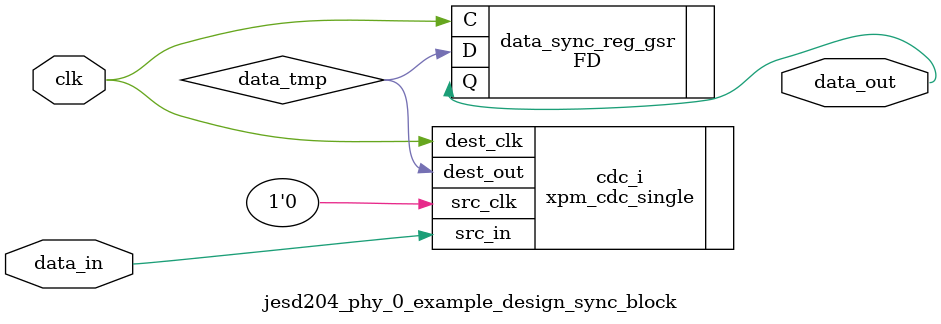
<source format=v>

`timescale 1ps / 1ps
`define USE_XPM_CDC

module jesd204_phy_0_example_design_sync_block #(
  parameter INITIALISE = 1'b0
)
(
  input        clk,              // clock to be sync'ed to
  input        data_in,          // Data to be 'synced'
  output       data_out          // synced data
);
`ifdef USE_XPM_CDC
  wire data_tmp;
  
  // Use the new Xilinx CDC libraries. 
  // This will become standard in future releases
  xpm_cdc_single #(
  .DEST_SYNC_FF  (4), // Number of registers in the destination clock domain to account for MTBF
  .SRC_INPUT_REG (0)  // Determines whether there is an input register in src_clk domain.  
                      // SRC_INPUT_REG = 0, input register is not present
  ) cdc_i  (
  .src_clk  (1'd0     ),	
  .dest_clk (clk      ),	
  .src_in   (data_in  ),
  .dest_out (data_tmp )
  );

  (* ASYNC_REG = "TRUE", SHREG_EXTRACT = "NO" *)
  FD #(
    .INIT (INITIALISE[0])
  ) data_sync_reg_gsr (
    .C  (clk     ),
    .D  (data_tmp),
    .Q  (data_out)
  );

`else
  // Internal Signals
  wire   data_sync0;
  wire   data_sync1;
  wire   data_sync2;
  wire   data_sync3;
  wire   data_sync4;


  (* ASYNC_REG = "TRUE", SHREG_EXTRACT = "NO" *)
  FD #(
    .INIT (INITIALISE[0])
  ) data_sync_reg0 (
    .C  (clk),
    .D  (data_in),
    .Q  (data_sync0)
  );

  (* ASYNC_REG = "TRUE", SHREG_EXTRACT = "NO" *)
  FD #(
   .INIT (INITIALISE[0])
  ) data_sync_reg1 (
  .C  (clk),
  .D  (data_sync0),
  .Q  (data_sync1)
  );

  (* ASYNC_REG = "TRUE", SHREG_EXTRACT = "NO" *)
  FD #(
   .INIT (INITIALISE[0])
  ) data_sync_reg2 (
  .C  (clk),
  .D  (data_sync1),
  .Q  (data_sync2)
  );

  (* ASYNC_REG = "TRUE", SHREG_EXTRACT = "NO" *)
  FD #(
   .INIT (INITIALISE[0])
  ) data_sync_reg3 (
  .C  (clk),
  .D  (data_sync2),
  .Q  (data_sync3)
  );

  (* ASYNC_REG = "TRUE", SHREG_EXTRACT = "NO" *)
  FD #(
   .INIT (INITIALISE[0])
  ) data_sync_reg4 (
  .C  (clk),
  .D  (data_sync3),
  .Q  (data_sync4)
  );

  assign data_out = data_sync4;
`endif
endmodule

</source>
